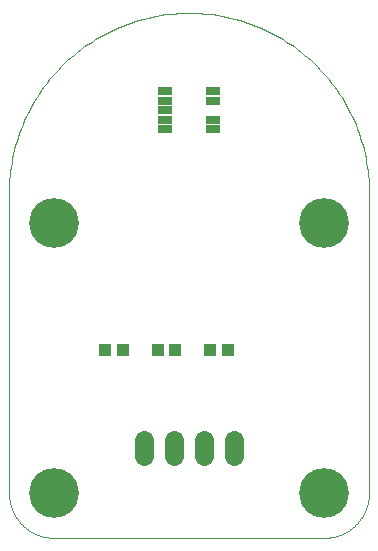
<source format=gts>
G75*
%MOIN*%
%OFA0B0*%
%FSLAX25Y25*%
%IPPOS*%
%LPD*%
%AMOC8*
5,1,8,0,0,1.08239X$1,22.5*
%
%ADD10R,0.04737X0.02769*%
%ADD11C,0.00000*%
%ADD12C,0.06343*%
%ADD13C,0.16611*%
%ADD14R,0.03950X0.03950*%
D10*
X0055969Y0140280D03*
X0055969Y0143429D03*
X0055969Y0146579D03*
X0055969Y0149728D03*
X0055969Y0152878D03*
X0071992Y0152878D03*
X0071992Y0149728D03*
X0071992Y0143429D03*
X0071992Y0140280D03*
D11*
X0004000Y0119000D02*
X0004000Y0019000D01*
X0004004Y0018638D01*
X0004018Y0018275D01*
X0004039Y0017913D01*
X0004070Y0017552D01*
X0004109Y0017192D01*
X0004157Y0016833D01*
X0004214Y0016475D01*
X0004279Y0016118D01*
X0004353Y0015763D01*
X0004436Y0015410D01*
X0004527Y0015059D01*
X0004626Y0014711D01*
X0004734Y0014365D01*
X0004850Y0014021D01*
X0004975Y0013681D01*
X0005107Y0013344D01*
X0005248Y0013010D01*
X0005397Y0012679D01*
X0005554Y0012352D01*
X0005718Y0012029D01*
X0005890Y0011710D01*
X0006070Y0011396D01*
X0006258Y0011085D01*
X0006453Y0010780D01*
X0006655Y0010479D01*
X0006865Y0010183D01*
X0007081Y0009893D01*
X0007305Y0009607D01*
X0007535Y0009327D01*
X0007772Y0009053D01*
X0008016Y0008785D01*
X0008266Y0008522D01*
X0008522Y0008266D01*
X0008785Y0008016D01*
X0009053Y0007772D01*
X0009327Y0007535D01*
X0009607Y0007305D01*
X0009893Y0007081D01*
X0010183Y0006865D01*
X0010479Y0006655D01*
X0010780Y0006453D01*
X0011085Y0006258D01*
X0011396Y0006070D01*
X0011710Y0005890D01*
X0012029Y0005718D01*
X0012352Y0005554D01*
X0012679Y0005397D01*
X0013010Y0005248D01*
X0013344Y0005107D01*
X0013681Y0004975D01*
X0014021Y0004850D01*
X0014365Y0004734D01*
X0014711Y0004626D01*
X0015059Y0004527D01*
X0015410Y0004436D01*
X0015763Y0004353D01*
X0016118Y0004279D01*
X0016475Y0004214D01*
X0016833Y0004157D01*
X0017192Y0004109D01*
X0017552Y0004070D01*
X0017913Y0004039D01*
X0018275Y0004018D01*
X0018638Y0004004D01*
X0019000Y0004000D01*
X0109000Y0004000D01*
X0109362Y0004004D01*
X0109725Y0004018D01*
X0110087Y0004039D01*
X0110448Y0004070D01*
X0110808Y0004109D01*
X0111167Y0004157D01*
X0111525Y0004214D01*
X0111882Y0004279D01*
X0112237Y0004353D01*
X0112590Y0004436D01*
X0112941Y0004527D01*
X0113289Y0004626D01*
X0113635Y0004734D01*
X0113979Y0004850D01*
X0114319Y0004975D01*
X0114656Y0005107D01*
X0114990Y0005248D01*
X0115321Y0005397D01*
X0115648Y0005554D01*
X0115971Y0005718D01*
X0116290Y0005890D01*
X0116604Y0006070D01*
X0116915Y0006258D01*
X0117220Y0006453D01*
X0117521Y0006655D01*
X0117817Y0006865D01*
X0118107Y0007081D01*
X0118393Y0007305D01*
X0118673Y0007535D01*
X0118947Y0007772D01*
X0119215Y0008016D01*
X0119478Y0008266D01*
X0119734Y0008522D01*
X0119984Y0008785D01*
X0120228Y0009053D01*
X0120465Y0009327D01*
X0120695Y0009607D01*
X0120919Y0009893D01*
X0121135Y0010183D01*
X0121345Y0010479D01*
X0121547Y0010780D01*
X0121742Y0011085D01*
X0121930Y0011396D01*
X0122110Y0011710D01*
X0122282Y0012029D01*
X0122446Y0012352D01*
X0122603Y0012679D01*
X0122752Y0013010D01*
X0122893Y0013344D01*
X0123025Y0013681D01*
X0123150Y0014021D01*
X0123266Y0014365D01*
X0123374Y0014711D01*
X0123473Y0015059D01*
X0123564Y0015410D01*
X0123647Y0015763D01*
X0123721Y0016118D01*
X0123786Y0016475D01*
X0123843Y0016833D01*
X0123891Y0017192D01*
X0123930Y0017552D01*
X0123961Y0017913D01*
X0123982Y0018275D01*
X0123996Y0018638D01*
X0124000Y0019000D01*
X0124000Y0119000D01*
X0123982Y0120461D01*
X0123929Y0121921D01*
X0123840Y0123380D01*
X0123716Y0124836D01*
X0123556Y0126288D01*
X0123361Y0127736D01*
X0123130Y0129179D01*
X0122865Y0130616D01*
X0122565Y0132046D01*
X0122230Y0133468D01*
X0121860Y0134882D01*
X0121456Y0136286D01*
X0121018Y0137680D01*
X0120546Y0139063D01*
X0120041Y0140434D01*
X0119502Y0141792D01*
X0118931Y0143137D01*
X0118327Y0144467D01*
X0117691Y0145783D01*
X0117023Y0147082D01*
X0116323Y0148365D01*
X0115592Y0149630D01*
X0114831Y0150878D01*
X0114040Y0152106D01*
X0113219Y0153315D01*
X0112369Y0154503D01*
X0111490Y0155670D01*
X0110583Y0156816D01*
X0109648Y0157939D01*
X0108686Y0159039D01*
X0107698Y0160115D01*
X0106684Y0161167D01*
X0105644Y0162194D01*
X0104580Y0163195D01*
X0103492Y0164171D01*
X0102380Y0165119D01*
X0101246Y0166040D01*
X0100089Y0166933D01*
X0098912Y0167797D01*
X0097713Y0168633D01*
X0096494Y0169439D01*
X0095256Y0170216D01*
X0094000Y0170962D01*
X0092726Y0171677D01*
X0091435Y0172361D01*
X0090127Y0173013D01*
X0088804Y0173633D01*
X0087466Y0174221D01*
X0086115Y0174776D01*
X0084750Y0175298D01*
X0083373Y0175786D01*
X0081984Y0176241D01*
X0080585Y0176662D01*
X0079176Y0177049D01*
X0077758Y0177401D01*
X0076332Y0177719D01*
X0074898Y0178002D01*
X0073458Y0178250D01*
X0072013Y0178463D01*
X0070562Y0178640D01*
X0069108Y0178782D01*
X0067651Y0178889D01*
X0066191Y0178960D01*
X0064731Y0178996D01*
X0063269Y0178996D01*
X0061809Y0178960D01*
X0060349Y0178889D01*
X0058892Y0178782D01*
X0057438Y0178640D01*
X0055987Y0178463D01*
X0054542Y0178250D01*
X0053102Y0178002D01*
X0051668Y0177719D01*
X0050242Y0177401D01*
X0048824Y0177049D01*
X0047415Y0176662D01*
X0046016Y0176241D01*
X0044627Y0175786D01*
X0043250Y0175298D01*
X0041885Y0174776D01*
X0040534Y0174221D01*
X0039196Y0173633D01*
X0037873Y0173013D01*
X0036565Y0172361D01*
X0035274Y0171677D01*
X0034000Y0170962D01*
X0032744Y0170216D01*
X0031506Y0169439D01*
X0030287Y0168633D01*
X0029088Y0167797D01*
X0027911Y0166933D01*
X0026754Y0166040D01*
X0025620Y0165119D01*
X0024508Y0164171D01*
X0023420Y0163195D01*
X0022356Y0162194D01*
X0021316Y0161167D01*
X0020302Y0160115D01*
X0019314Y0159039D01*
X0018352Y0157939D01*
X0017417Y0156816D01*
X0016510Y0155670D01*
X0015631Y0154503D01*
X0014781Y0153315D01*
X0013960Y0152106D01*
X0013169Y0150878D01*
X0012408Y0149630D01*
X0011677Y0148365D01*
X0010977Y0147082D01*
X0010309Y0145783D01*
X0009673Y0144467D01*
X0009069Y0143137D01*
X0008498Y0141792D01*
X0007959Y0140434D01*
X0007454Y0139063D01*
X0006982Y0137680D01*
X0006544Y0136286D01*
X0006140Y0134882D01*
X0005770Y0133468D01*
X0005435Y0132046D01*
X0005135Y0130616D01*
X0004870Y0129179D01*
X0004639Y0127736D01*
X0004444Y0126288D01*
X0004284Y0124836D01*
X0004160Y0123380D01*
X0004071Y0121921D01*
X0004018Y0120461D01*
X0004000Y0119000D01*
D12*
X0049000Y0036772D02*
X0049000Y0031228D01*
X0059000Y0031228D02*
X0059000Y0036772D01*
X0069000Y0036772D02*
X0069000Y0031228D01*
X0079000Y0031228D02*
X0079000Y0036772D01*
D13*
X0109000Y0019000D03*
X0109000Y0109000D03*
X0019000Y0109000D03*
X0019000Y0019000D03*
D14*
X0036047Y0066500D03*
X0041953Y0066500D03*
X0053547Y0066500D03*
X0059453Y0066500D03*
X0071047Y0066500D03*
X0076953Y0066500D03*
M02*

</source>
